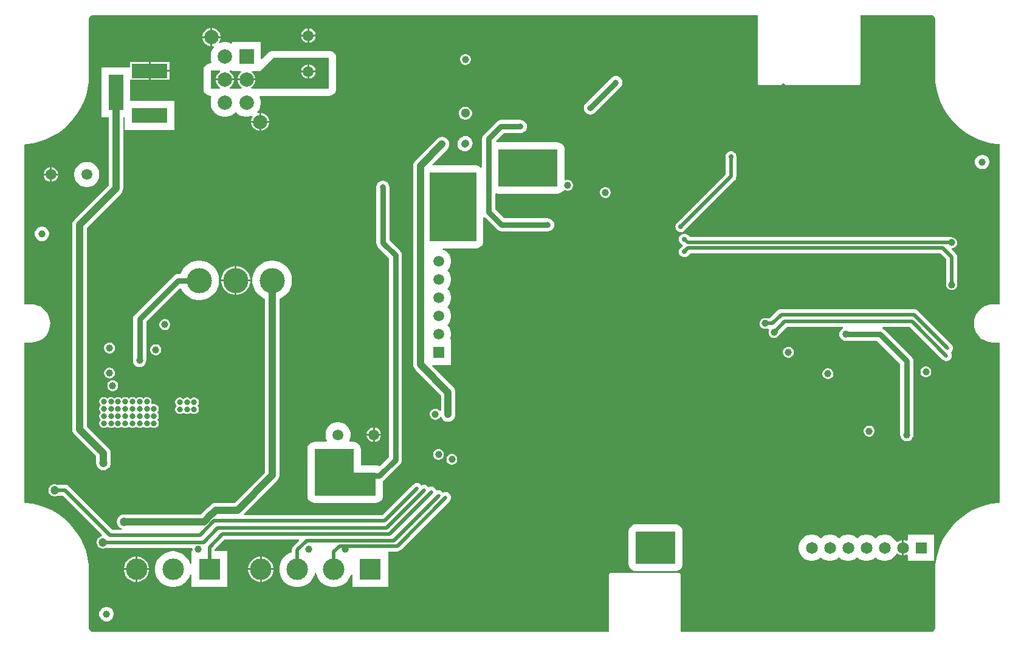
<source format=gbl>
G04*
G04 #@! TF.GenerationSoftware,Altium Limited,Altium Designer,24.5.2 (23)*
G04*
G04 Layer_Physical_Order=4*
G04 Layer_Color=16711680*
%FSLAX25Y25*%
%MOIN*%
G70*
G04*
G04 #@! TF.SameCoordinates,54B51B4C-3849-4939-8346-CF3DF989E6B0*
G04*
G04*
G04 #@! TF.FilePolarity,Positive*
G04*
G01*
G75*
%ADD27C,0.03937*%
%ADD135C,0.01968*%
%ADD136C,0.03150*%
%ADD138C,0.03937*%
%ADD142C,0.05118*%
%ADD143C,0.05906*%
%ADD144C,0.06496*%
%ADD145R,0.06496X0.06496*%
%ADD146R,0.11811X0.11811*%
%ADD147C,0.11811*%
%ADD148R,0.05906X0.05906*%
%ADD149C,0.13780*%
%ADD150R,0.19685X0.07874*%
%ADD151R,0.07874X0.19685*%
%ADD152C,0.07874*%
%ADD153R,0.07874X0.07874*%
%ADD154C,0.03150*%
%ADD155C,0.02756*%
%ADD156C,0.02000*%
%ADD157C,0.04724*%
G36*
X39370Y340312D02*
X404492D01*
Y303150D01*
X404570Y302759D01*
X404791Y302429D01*
X405122Y302208D01*
X405512Y302130D01*
X459646D01*
X460036Y302208D01*
X460367Y302429D01*
X460588Y302759D01*
X460665Y303150D01*
Y340312D01*
X499300D01*
X499315Y340312D01*
X500000Y340312D01*
X500657Y340207D01*
X500672Y340204D01*
X501241Y339824D01*
X501622Y339254D01*
X501625Y339239D01*
X501729Y338583D01*
X501741Y338523D01*
X501741Y337883D01*
X501743Y308057D01*
X501756Y307988D01*
X501736Y307571D01*
X501920Y303834D01*
X502469Y300132D01*
X503378Y296502D01*
X504638Y292979D01*
X506238Y289597D01*
X508162Y286387D01*
X510391Y283381D01*
X512904Y280609D01*
X515677Y278096D01*
X518682Y275867D01*
X521892Y273943D01*
X525275Y272343D01*
X528798Y271082D01*
X532428Y270173D01*
X536129Y269624D01*
X537162Y269573D01*
Y181735D01*
X533465D01*
X533465Y181735D01*
Y181735D01*
X533380Y181719D01*
X531827Y181596D01*
X530231Y181213D01*
X528713Y180585D01*
X527313Y179727D01*
X526064Y178660D01*
X524998Y177411D01*
X524140Y176011D01*
X523511Y174494D01*
X523128Y172897D01*
X522999Y171260D01*
X523128Y169623D01*
X523511Y168026D01*
X524140Y166509D01*
X524998Y165109D01*
X526064Y163860D01*
X527313Y162793D01*
X528713Y161935D01*
X530231Y161307D01*
X531827Y160923D01*
X533380Y160801D01*
X533465Y160784D01*
X537162D01*
Y72948D01*
X536130Y72897D01*
X532429Y72348D01*
X528798Y71439D01*
X525275Y70178D01*
X521892Y68578D01*
X518682Y66654D01*
X515676Y64425D01*
X512903Y61912D01*
X510390Y59139D01*
X508161Y56133D01*
X506237Y52923D01*
X504637Y49540D01*
X503376Y46016D01*
X502467Y42386D01*
X501918Y38685D01*
X501734Y34947D01*
X501755Y34530D01*
X501741Y34461D01*
Y3996D01*
X501729Y3937D01*
X501729D01*
X501625Y3280D01*
X501622Y3265D01*
X501241Y2696D01*
X500672Y2315D01*
X500066Y2195D01*
X500000Y2208D01*
X362240D01*
Y33465D01*
X362162Y33855D01*
X361941Y34185D01*
X361611Y34407D01*
X361221Y34484D01*
X323819D01*
X323429Y34407D01*
X323098Y34185D01*
X322877Y33855D01*
X322799Y33465D01*
Y2208D01*
X39370D01*
X39304Y2195D01*
X38698Y2315D01*
X38129Y2696D01*
X37748Y3265D01*
X37745Y3280D01*
X37641Y3937D01*
X37641D01*
X37629Y3996D01*
Y34461D01*
X37615Y34530D01*
X37636Y34947D01*
X37452Y38685D01*
X36903Y42386D01*
X35994Y46016D01*
X34733Y49540D01*
X33133Y52923D01*
X31209Y56133D01*
X28980Y59139D01*
X26467Y61912D01*
X23694Y64425D01*
X20688Y66654D01*
X17478Y68578D01*
X14095Y70178D01*
X10572Y71439D01*
X6942Y72348D01*
X3240Y72897D01*
X2208Y72948D01*
Y160784D01*
X5906D01*
X5906Y160784D01*
Y160784D01*
X5990Y160801D01*
X7543Y160923D01*
X9139Y161307D01*
X10657Y161935D01*
X12057Y162793D01*
X13306Y163860D01*
X14372Y165109D01*
X15230Y166509D01*
X15859Y168026D01*
X16242Y169623D01*
X16371Y171260D01*
X16242Y172897D01*
X15859Y174494D01*
X15230Y176011D01*
X14372Y177411D01*
X13306Y178660D01*
X12057Y179727D01*
X10657Y180585D01*
X9139Y181213D01*
X7543Y181596D01*
X5990Y181719D01*
X5906Y181735D01*
X2196D01*
Y269571D01*
X3240Y269623D01*
X6942Y270172D01*
X10572Y271081D01*
X14095Y272342D01*
X17478Y273942D01*
X20688Y275866D01*
X23694Y278095D01*
X26467Y280608D01*
X28980Y283381D01*
X31209Y286387D01*
X33133Y289597D01*
X34733Y292980D01*
X35994Y296503D01*
X36903Y300133D01*
X37452Y303835D01*
X37636Y307573D01*
X37615Y307990D01*
X37629Y308059D01*
Y338523D01*
X37641Y338583D01*
X37641D01*
X37745Y339239D01*
X37748Y339254D01*
X38129Y339824D01*
X38698Y340205D01*
X39304Y340325D01*
X39370Y340312D01*
D02*
G37*
%LPC*%
G36*
X158501Y333177D02*
X158480D01*
Y329724D01*
X161933D01*
Y329745D01*
X161664Y330750D01*
X161143Y331651D01*
X160407Y332387D01*
X159506Y332908D01*
X158501Y333177D01*
D02*
G37*
G36*
X157480D02*
X157460D01*
X156455Y332908D01*
X155553Y332387D01*
X154817Y331651D01*
X154297Y330750D01*
X154028Y329745D01*
Y329724D01*
X157480D01*
Y333177D01*
D02*
G37*
G36*
X105374Y333283D02*
X105225D01*
Y328846D01*
X109661D01*
Y328996D01*
X109325Y330252D01*
X108675Y331378D01*
X107756Y332297D01*
X106630Y332947D01*
X105374Y333283D01*
D02*
G37*
G36*
X104225D02*
X104074D01*
X102819Y332947D01*
X101693Y332297D01*
X100774Y331378D01*
X100124Y330252D01*
X99787Y328996D01*
Y328846D01*
X104225D01*
Y333283D01*
D02*
G37*
G36*
X161933Y328724D02*
X158480D01*
Y325272D01*
X158501D01*
X159506Y325541D01*
X160407Y326061D01*
X161143Y326797D01*
X161664Y327699D01*
X161933Y328704D01*
Y328724D01*
D02*
G37*
G36*
X157480D02*
X154028D01*
Y328704D01*
X154297Y327699D01*
X154817Y326797D01*
X155553Y326061D01*
X156455Y325541D01*
X157460Y325272D01*
X157480D01*
Y328724D01*
D02*
G37*
G36*
X104225Y327846D02*
X99787D01*
Y327696D01*
X100124Y326441D01*
X100774Y325315D01*
X101693Y324396D01*
X102819Y323746D01*
X104074Y323409D01*
X104225D01*
Y327846D01*
D02*
G37*
G36*
X244485Y319091D02*
X243704D01*
X242949Y318888D01*
X242272Y318497D01*
X241719Y317945D01*
X241328Y317268D01*
X241126Y316513D01*
Y315731D01*
X241328Y314976D01*
X241719Y314299D01*
X242272Y313747D01*
X242949Y313356D01*
X243704Y313154D01*
X244485D01*
X245240Y313356D01*
X245917Y313747D01*
X246470Y314299D01*
X246861Y314976D01*
X247063Y315731D01*
Y316513D01*
X246861Y317268D01*
X246470Y317945D01*
X245917Y318497D01*
X245240Y318888D01*
X244485Y319091D01*
D02*
G37*
G36*
X81709Y314779D02*
X71366D01*
Y310343D01*
X81709D01*
Y314779D01*
D02*
G37*
G36*
Y309343D02*
X71366D01*
Y304906D01*
X81709D01*
Y309343D01*
D02*
G37*
G36*
X326611Y307038D02*
X325687Y306917D01*
X324825Y306560D01*
X324084Y305992D01*
X310090Y291997D01*
X309522Y291257D01*
X309165Y290395D01*
X309043Y289470D01*
X309165Y288545D01*
X309522Y287683D01*
X310090Y286943D01*
X310830Y286375D01*
X311692Y286018D01*
X312617Y285896D01*
X313542Y286018D01*
X314404Y286375D01*
X315144Y286943D01*
X329139Y300937D01*
X329707Y301678D01*
X330064Y302540D01*
X330185Y303465D01*
X330064Y304390D01*
X329707Y305252D01*
X329139Y305992D01*
X328398Y306560D01*
X327537Y306917D01*
X326611Y307038D01*
D02*
G37*
G36*
X244563Y290193D02*
X243626D01*
X242721Y289950D01*
X241909Y289482D01*
X241247Y288819D01*
X240778Y288008D01*
X240535Y287102D01*
Y286165D01*
X240778Y285260D01*
X241247Y284449D01*
X241909Y283786D01*
X242721Y283317D01*
X243626Y283075D01*
X244563D01*
X245468Y283317D01*
X246280Y283786D01*
X246942Y284449D01*
X247411Y285260D01*
X247654Y286165D01*
Y287102D01*
X247411Y288008D01*
X246942Y288819D01*
X246280Y289482D01*
X245468Y289950D01*
X244563Y290193D01*
D02*
G37*
G36*
X132146Y286827D02*
X131996D01*
Y282390D01*
X136433D01*
Y282540D01*
X136097Y283795D01*
X135447Y284921D01*
X134527Y285840D01*
X133402Y286490D01*
X132146Y286827D01*
D02*
G37*
G36*
X109661Y327846D02*
X105225D01*
Y323409D01*
X105374D01*
X105918Y323555D01*
X106280Y322927D01*
X106089Y322736D01*
X105227Y321446D01*
X104633Y320013D01*
X104331Y318492D01*
Y316941D01*
X104633Y315420D01*
X104976Y314592D01*
X104587Y314010D01*
X104331D01*
X103303Y313875D01*
X102345Y313478D01*
X101523Y312847D01*
X100892Y312025D01*
X100495Y311067D01*
X100360Y310039D01*
Y300197D01*
X100495Y299169D01*
X100892Y298211D01*
X101523Y297389D01*
X102345Y296758D01*
X103303Y296361D01*
X104331Y296226D01*
X104587D01*
X104976Y295644D01*
X104633Y294816D01*
X104331Y293295D01*
Y291744D01*
X104633Y290223D01*
X105227Y288790D01*
X106089Y287500D01*
X107185Y286403D01*
X108475Y285542D01*
X109908Y284948D01*
X111429Y284646D01*
X112980D01*
X114502Y284948D01*
X115935Y285542D01*
X117224Y286403D01*
X118110Y287290D01*
X118996Y286403D01*
X120286Y285542D01*
X121719Y284948D01*
X123240Y284646D01*
X124791D01*
X126312Y284948D01*
X126891Y285188D01*
X127379Y284632D01*
X126895Y283795D01*
X126559Y282540D01*
Y282390D01*
X130996D01*
Y286827D01*
X130846D01*
X130303Y286681D01*
X129940Y287309D01*
X130132Y287500D01*
X130994Y288790D01*
X131587Y290223D01*
X131890Y291744D01*
Y293295D01*
X131587Y294816D01*
X131245Y295644D01*
X131633Y296226D01*
X169291D01*
X170319Y296361D01*
X171277Y296758D01*
X172099Y297389D01*
X172730Y298211D01*
X173127Y299169D01*
X173262Y300197D01*
Y316929D01*
X173127Y317957D01*
X172730Y318915D01*
X172099Y319737D01*
X171277Y320368D01*
X170319Y320765D01*
X169291Y320900D01*
X138780D01*
X138779Y320900D01*
X137752Y320765D01*
X136794Y320368D01*
X135972Y319737D01*
X132536Y316302D01*
X131890Y316570D01*
Y325590D01*
X116142D01*
Y325366D01*
X115442Y324899D01*
X114502Y325288D01*
X112980Y325590D01*
X111429D01*
X109908Y325288D01*
X109329Y325048D01*
X108842Y325604D01*
X109325Y326441D01*
X109661Y327696D01*
Y327846D01*
D02*
G37*
G36*
X70366Y314779D02*
X60024D01*
Y311811D01*
X44488D01*
Y284252D01*
X48391D01*
Y246920D01*
X29672Y228202D01*
X29041Y227379D01*
X28645Y226421D01*
X28509Y225394D01*
Y113189D01*
X28645Y112161D01*
X29041Y111204D01*
X29672Y110381D01*
X41607Y98447D01*
Y94717D01*
X41742Y93690D01*
X42139Y92732D01*
X42770Y91910D01*
X43592Y91278D01*
X44550Y90882D01*
X45578Y90746D01*
X46606Y90882D01*
X47563Y91278D01*
X48386Y91910D01*
X49017Y92732D01*
X49413Y93690D01*
X49549Y94717D01*
Y100092D01*
X49413Y101119D01*
X49017Y102077D01*
X48386Y102899D01*
X36451Y114834D01*
Y223749D01*
X55170Y242468D01*
X55801Y243290D01*
X56198Y244248D01*
X56333Y245276D01*
Y284252D01*
X57087D01*
Y277559D01*
X84646D01*
Y293307D01*
X60236D01*
Y304906D01*
X70366D01*
Y309842D01*
Y314779D01*
D02*
G37*
G36*
X136433Y281390D02*
X131996D01*
Y276953D01*
X132146D01*
X133402Y277289D01*
X134527Y277939D01*
X135447Y278858D01*
X136097Y279984D01*
X136433Y281240D01*
Y281390D01*
D02*
G37*
G36*
X130996D02*
X126559D01*
Y281240D01*
X126895Y279984D01*
X127545Y278858D01*
X128465Y277939D01*
X129590Y277289D01*
X130846Y276953D01*
X130996D01*
Y281390D01*
D02*
G37*
G36*
X244094Y274069D02*
X243067Y273934D01*
X242109Y273537D01*
X241287Y272906D01*
X240873Y272493D01*
X240242Y271671D01*
X239845Y270713D01*
X239710Y269685D01*
X239845Y268657D01*
X240242Y267700D01*
X240873Y266877D01*
X241696Y266246D01*
X242653Y265849D01*
X243681Y265714D01*
X244709Y265849D01*
X245667Y266246D01*
X246489Y266877D01*
X246902Y267290D01*
X247533Y268113D01*
X247930Y269071D01*
X248065Y270098D01*
X247930Y271126D01*
X247533Y272084D01*
X246902Y272906D01*
X246080Y273537D01*
X245122Y273934D01*
X244094Y274069D01*
D02*
G37*
G36*
X263600Y282922D02*
X262675Y282800D01*
X261813Y282443D01*
X261073Y281875D01*
X261073Y281875D01*
X254363Y275165D01*
X253795Y274425D01*
X253438Y273563D01*
X253316Y272638D01*
Y257158D01*
X252616Y256892D01*
X251986Y257376D01*
X251028Y257773D01*
X250000Y257908D01*
X226053D01*
X225785Y258555D01*
X234107Y266877D01*
X234738Y267700D01*
X235135Y268657D01*
X235270Y269685D01*
X235135Y270713D01*
X234738Y271671D01*
X234107Y272493D01*
X233285Y273124D01*
X232327Y273521D01*
X231299Y273656D01*
X230271Y273521D01*
X229314Y273124D01*
X228491Y272493D01*
X216680Y260682D01*
X216049Y259859D01*
X215652Y258902D01*
X215517Y257874D01*
Y148622D01*
X215652Y147594D01*
X216049Y146637D01*
X216680Y145814D01*
X230666Y131828D01*
Y123550D01*
X230069Y123351D01*
X229966Y123346D01*
X229436Y123877D01*
X228759Y124268D01*
X228004Y124470D01*
X227222D01*
X226467Y124268D01*
X225791Y123877D01*
X225238Y123324D01*
X224847Y122647D01*
X224645Y121892D01*
Y121111D01*
X224847Y120356D01*
X225238Y119679D01*
X225791Y119126D01*
X226467Y118735D01*
X227222Y118533D01*
X228004D01*
X228759Y118735D01*
X229436Y119126D01*
X229989Y119679D01*
X230162Y119980D01*
X230941Y119929D01*
X231199Y119307D01*
X231830Y118485D01*
X232652Y117854D01*
X233610Y117457D01*
X234637Y117322D01*
X235665Y117457D01*
X236623Y117854D01*
X237445Y118485D01*
X238076Y119307D01*
X238473Y120265D01*
X238608Y121293D01*
Y133473D01*
X238473Y134501D01*
X238076Y135458D01*
X237445Y136281D01*
X225908Y147818D01*
X226176Y148465D01*
X236221D01*
Y162244D01*
X236130D01*
X235741Y162826D01*
X235956Y163345D01*
X236221Y164676D01*
Y166033D01*
X235956Y167364D01*
X235436Y168618D01*
X234682Y169746D01*
X234074Y170354D01*
X234682Y170962D01*
X235436Y172091D01*
X235956Y173345D01*
X236221Y174676D01*
Y176033D01*
X235956Y177364D01*
X235436Y178618D01*
X234682Y179746D01*
X234074Y180354D01*
X234682Y180962D01*
X235436Y182091D01*
X235956Y183345D01*
X236221Y184676D01*
Y186033D01*
X235956Y187364D01*
X235436Y188618D01*
X234682Y189746D01*
X234074Y190354D01*
X234682Y190962D01*
X235436Y192091D01*
X235956Y193345D01*
X236221Y194676D01*
Y196033D01*
X235956Y197364D01*
X235436Y198618D01*
X234682Y199746D01*
X234074Y200354D01*
X234682Y200962D01*
X235436Y202091D01*
X235956Y203345D01*
X236221Y204676D01*
Y206033D01*
X235956Y207364D01*
X235436Y208618D01*
X234682Y209746D01*
X233723Y210706D01*
X232594Y211460D01*
X231618Y211864D01*
X231757Y212564D01*
X250000D01*
X251028Y212700D01*
X251986Y213096D01*
X252808Y213727D01*
X253439Y214550D01*
X253836Y215508D01*
X253971Y216535D01*
Y229284D01*
X254671Y229574D01*
X261404Y222841D01*
X262144Y222273D01*
X263006Y221916D01*
X263931Y221794D01*
X263931Y221794D01*
X289246D01*
X290171Y221916D01*
X291033Y222273D01*
X291773Y222841D01*
X292341Y223581D01*
X292698Y224443D01*
X292819Y225368D01*
X292698Y226293D01*
X292341Y227155D01*
X291773Y227895D01*
X291033Y228463D01*
X290171Y228820D01*
X289246Y228942D01*
X265412D01*
X260464Y233890D01*
Y242264D01*
X261046Y242653D01*
X261161Y242605D01*
X262189Y242470D01*
X294617D01*
X295644Y242605D01*
X296602Y243002D01*
X297425Y243633D01*
X297858Y244198D01*
X298135Y244452D01*
X298801Y244425D01*
X299051Y244281D01*
X299806Y244079D01*
X300588D01*
X301343Y244281D01*
X302020Y244672D01*
X302572Y245224D01*
X302963Y245901D01*
X303165Y246656D01*
Y247438D01*
X302963Y248193D01*
X302572Y248870D01*
X302020Y249423D01*
X301343Y249814D01*
X300588Y250016D01*
X299806D01*
X299288Y249877D01*
X298588Y250273D01*
Y266732D01*
X298452Y267760D01*
X298056Y268718D01*
X297425Y269540D01*
X296602Y270171D01*
X295644Y270568D01*
X294617Y270703D01*
X262189D01*
X261556Y270620D01*
X260882Y271097D01*
X260833Y271190D01*
X260806Y271500D01*
X265081Y275774D01*
X274267D01*
X275191Y275896D01*
X276054Y276253D01*
X276794Y276821D01*
X277362Y277561D01*
X277719Y278423D01*
X277840Y279348D01*
X277719Y280273D01*
X277362Y281135D01*
X276794Y281875D01*
X276054Y282443D01*
X275191Y282800D01*
X274267Y282922D01*
X263600D01*
X263600Y282922D01*
D02*
G37*
G36*
X528077Y263779D02*
X527041D01*
X526039Y263511D01*
X525142Y262993D01*
X524409Y262260D01*
X523890Y261362D01*
X523622Y260361D01*
Y259324D01*
X523890Y258323D01*
X524409Y257425D01*
X525142Y256692D01*
X526039Y256174D01*
X527041Y255906D01*
X528077D01*
X529079Y256174D01*
X529976Y256692D01*
X530709Y257425D01*
X531228Y258323D01*
X531496Y259324D01*
Y260361D01*
X531228Y261362D01*
X530709Y262260D01*
X529976Y262993D01*
X529079Y263511D01*
X528077Y263779D01*
D02*
G37*
G36*
X17253Y256906D02*
X17232D01*
Y253453D01*
X20685D01*
Y253473D01*
X20416Y254479D01*
X19895Y255380D01*
X19159Y256116D01*
X18258Y256636D01*
X17253Y256906D01*
D02*
G37*
G36*
X16232D02*
X16212D01*
X15207Y256636D01*
X14305Y256116D01*
X13569Y255380D01*
X13049Y254479D01*
X12779Y253473D01*
Y253453D01*
X16232D01*
Y256906D01*
D02*
G37*
G36*
X20685Y252453D02*
X17232D01*
Y249000D01*
X17253D01*
X18258Y249269D01*
X19159Y249790D01*
X19895Y250526D01*
X20416Y251427D01*
X20685Y252432D01*
Y252453D01*
D02*
G37*
G36*
X16232D02*
X12779D01*
Y252432D01*
X13049Y251427D01*
X13569Y250526D01*
X14305Y249790D01*
X15207Y249269D01*
X16212Y249000D01*
X16232D01*
Y252453D01*
D02*
G37*
G36*
X37096Y259842D02*
X35739D01*
X34408Y259578D01*
X33154Y259058D01*
X32025Y258304D01*
X31066Y257345D01*
X30312Y256216D01*
X29792Y254962D01*
X29528Y253631D01*
Y252274D01*
X29792Y250943D01*
X30312Y249689D01*
X31066Y248561D01*
X32025Y247601D01*
X33154Y246847D01*
X34408Y246328D01*
X35739Y246063D01*
X37096D01*
X38427Y246328D01*
X39681Y246847D01*
X40809Y247601D01*
X41769Y248561D01*
X42523Y249689D01*
X43042Y250943D01*
X43307Y252274D01*
Y253631D01*
X43042Y254962D01*
X42523Y256216D01*
X41769Y257345D01*
X40809Y258304D01*
X39681Y259058D01*
X38427Y259578D01*
X37096Y259842D01*
D02*
G37*
G36*
X321257Y246079D02*
X320475D01*
X319720Y245877D01*
X319043Y245486D01*
X318491Y244933D01*
X318100Y244256D01*
X317898Y243501D01*
Y242719D01*
X318100Y241964D01*
X318491Y241287D01*
X319043Y240735D01*
X319720Y240344D01*
X320475Y240142D01*
X321257D01*
X322012Y240344D01*
X322689Y240735D01*
X323241Y241287D01*
X323632Y241964D01*
X323835Y242719D01*
Y243501D01*
X323632Y244256D01*
X323241Y244933D01*
X322689Y245486D01*
X322012Y245877D01*
X321257Y246079D01*
D02*
G37*
G36*
X389764Y265774D02*
X388993Y265672D01*
X388275Y265374D01*
X387658Y264901D01*
X387185Y264284D01*
X386887Y263566D01*
X386786Y262795D01*
Y253202D01*
X360099Y226515D01*
X359626Y225899D01*
X359328Y225180D01*
X359226Y224410D01*
X359328Y223639D01*
X359626Y222920D01*
X360099Y222304D01*
X360716Y221830D01*
X361434Y221533D01*
X362205Y221431D01*
X362976Y221533D01*
X363694Y221830D01*
X364311Y222304D01*
X391870Y249863D01*
X391870Y249863D01*
X392343Y250479D01*
X392640Y251198D01*
X392742Y251969D01*
X392742Y251969D01*
Y262795D01*
X392640Y263566D01*
X392343Y264284D01*
X391870Y264901D01*
X391253Y265374D01*
X390535Y265672D01*
X389764Y265774D01*
D02*
G37*
G36*
X12329Y224409D02*
X11293D01*
X10291Y224141D01*
X9394Y223623D01*
X8661Y222890D01*
X8142Y221992D01*
X7874Y220991D01*
Y219954D01*
X8142Y218953D01*
X8661Y218055D01*
X9394Y217322D01*
X10291Y216804D01*
X11293Y216535D01*
X12329D01*
X13331Y216804D01*
X14228Y217322D01*
X14961Y218055D01*
X15480Y218953D01*
X15748Y219954D01*
Y220991D01*
X15480Y221992D01*
X14961Y222890D01*
X14228Y223623D01*
X13331Y224141D01*
X12329Y224409D01*
D02*
G37*
G36*
X118887Y202772D02*
X118610D01*
Y195382D01*
X126000D01*
Y195659D01*
X125697Y197183D01*
X125102Y198619D01*
X124239Y199911D01*
X123140Y201010D01*
X121847Y201874D01*
X120412Y202468D01*
X118887Y202772D01*
D02*
G37*
G36*
X117610D02*
X117333D01*
X115809Y202468D01*
X114373Y201874D01*
X113081Y201010D01*
X111982Y199911D01*
X111118Y198619D01*
X110524Y197183D01*
X110221Y195659D01*
Y195382D01*
X117610D01*
Y202772D01*
D02*
G37*
G36*
X364173Y220498D02*
X363402Y220396D01*
X362684Y220099D01*
X362067Y219626D01*
X361594Y219009D01*
X361297Y218290D01*
X361195Y217520D01*
X361297Y216749D01*
X361594Y216031D01*
X362067Y215414D01*
X363406Y214075D01*
X362067Y212736D01*
X361594Y212119D01*
X361297Y211401D01*
X361195Y210630D01*
X361297Y209859D01*
X361594Y209141D01*
X362067Y208524D01*
X362684Y208051D01*
X363402Y207753D01*
X364173Y207652D01*
X364944Y207753D01*
X365662Y208051D01*
X366279Y208524D01*
X367375Y209620D01*
X504672D01*
X507849Y206444D01*
Y192547D01*
X507858Y192473D01*
Y192156D01*
X507940Y191850D01*
X507950Y191776D01*
X507978Y191708D01*
X508061Y191401D01*
X508219Y191127D01*
X508248Y191058D01*
X508293Y190999D01*
X508451Y190725D01*
X508675Y190500D01*
X508721Y190441D01*
X508780Y190396D01*
X509004Y190172D01*
X509279Y190013D01*
X509338Y189968D01*
X509406Y189939D01*
X509681Y189781D01*
X509987Y189699D01*
X510056Y189671D01*
X510130Y189661D01*
X510436Y189579D01*
X510753D01*
X510827Y189569D01*
X510901Y189579D01*
X511218D01*
X511524Y189661D01*
X511598Y189671D01*
X511666Y189699D01*
X511973Y189781D01*
X512247Y189939D01*
X512316Y189968D01*
X512375Y190013D01*
X512649Y190172D01*
X512874Y190396D01*
X512933Y190441D01*
X512978Y190500D01*
X513202Y190725D01*
X513361Y190999D01*
X513406Y191058D01*
X513435Y191127D01*
X513593Y191401D01*
X513675Y191708D01*
X513703Y191776D01*
X513713Y191850D01*
X513795Y192156D01*
Y192473D01*
X513805Y192547D01*
Y207677D01*
X513703Y208448D01*
X513406Y209166D01*
X512933Y209783D01*
X512933Y209783D01*
X510743Y211973D01*
X510783Y212142D01*
X511076Y212630D01*
X511218D01*
X511524Y212712D01*
X511598Y212722D01*
X511666Y212750D01*
X511973Y212832D01*
X512247Y212991D01*
X512316Y213019D01*
X512375Y213065D01*
X512649Y213223D01*
X512874Y213447D01*
X512933Y213492D01*
X512978Y213552D01*
X513202Y213776D01*
X513361Y214050D01*
X513406Y214109D01*
X513435Y214178D01*
X513593Y214453D01*
X513675Y214759D01*
X513703Y214828D01*
X513713Y214901D01*
X513795Y215208D01*
Y215525D01*
X513805Y215598D01*
X513795Y215672D01*
Y215989D01*
X513713Y216295D01*
X513703Y216369D01*
X513675Y216438D01*
X513593Y216744D01*
X513435Y217019D01*
X513406Y217088D01*
X513361Y217147D01*
X513202Y217421D01*
X512978Y217645D01*
X512933Y217704D01*
X512874Y217750D01*
X512649Y217974D01*
X512375Y218132D01*
X512316Y218178D01*
X512247Y218206D01*
X511973Y218365D01*
X511666Y218447D01*
X511598Y218475D01*
X511524Y218485D01*
X511218Y218567D01*
X510901D01*
X510827Y218577D01*
X367328D01*
X366279Y219626D01*
X365662Y220099D01*
X364944Y220396D01*
X364173Y220498D01*
D02*
G37*
G36*
X126000Y194382D02*
X118610D01*
Y186992D01*
X118887D01*
X120412Y187295D01*
X121847Y187890D01*
X123140Y188753D01*
X124239Y189852D01*
X125102Y191145D01*
X125697Y192580D01*
X126000Y194105D01*
Y194382D01*
D02*
G37*
G36*
X117610D02*
X110221D01*
Y194105D01*
X110524Y192580D01*
X111118Y191145D01*
X111982Y189852D01*
X113081Y188753D01*
X114373Y187890D01*
X115809Y187295D01*
X117333Y186992D01*
X117610D01*
Y194382D01*
D02*
G37*
G36*
X98962Y205709D02*
X97258D01*
X95575Y205442D01*
X93954Y204915D01*
X92436Y204142D01*
X91057Y203140D01*
X89852Y201935D01*
X88850Y200556D01*
X88077Y199038D01*
X87888Y198456D01*
X86614D01*
X85689Y198334D01*
X84827Y197977D01*
X84087Y197409D01*
X62886Y176208D01*
X62318Y175468D01*
X61961Y174606D01*
X61839Y173681D01*
Y150965D01*
X61961Y150040D01*
X62318Y149178D01*
X62886Y148437D01*
X63626Y147870D01*
X64488Y147512D01*
X65413Y147391D01*
X66338Y147512D01*
X67200Y147870D01*
X67940Y148437D01*
X68508Y149178D01*
X68866Y150040D01*
X68987Y150965D01*
Y172201D01*
X87434Y190648D01*
X88220Y190444D01*
X88850Y189207D01*
X89852Y187829D01*
X91057Y186624D01*
X92436Y185622D01*
X93954Y184848D01*
X95575Y184322D01*
X97258Y184055D01*
X98962D01*
X100645Y184322D01*
X102266Y184848D01*
X103785Y185622D01*
X105163Y186624D01*
X106368Y187829D01*
X107370Y189207D01*
X108144Y190726D01*
X108670Y192347D01*
X108937Y194030D01*
Y195734D01*
X108670Y197417D01*
X108144Y199038D01*
X107370Y200556D01*
X106368Y201935D01*
X105163Y203140D01*
X103785Y204142D01*
X102266Y204915D01*
X100645Y205442D01*
X98962Y205709D01*
D02*
G37*
G36*
X79584Y173618D02*
X78802D01*
X78047Y173416D01*
X77370Y173025D01*
X76818Y172472D01*
X76427Y171795D01*
X76224Y171040D01*
Y170259D01*
X76427Y169504D01*
X76818Y168827D01*
X77370Y168274D01*
X78047Y167883D01*
X78802Y167681D01*
X79584D01*
X80339Y167883D01*
X81016Y168274D01*
X81568Y168827D01*
X81959Y169504D01*
X82161Y170259D01*
Y171040D01*
X81959Y171795D01*
X81568Y172472D01*
X81016Y173025D01*
X80339Y173416D01*
X79584Y173618D01*
D02*
G37*
G36*
X49317Y160823D02*
X48535D01*
X47780Y160621D01*
X47103Y160230D01*
X46551Y159677D01*
X46160Y159000D01*
X45957Y158245D01*
Y157464D01*
X46160Y156709D01*
X46551Y156032D01*
X47103Y155479D01*
X47780Y155088D01*
X48535Y154886D01*
X49317D01*
X50072Y155088D01*
X50749Y155479D01*
X51301Y156032D01*
X51692Y156709D01*
X51894Y157464D01*
Y158245D01*
X51692Y159000D01*
X51301Y159677D01*
X50749Y160230D01*
X50072Y160621D01*
X49317Y160823D01*
D02*
G37*
G36*
X74663Y159839D02*
X73881D01*
X73126Y159636D01*
X72449Y159246D01*
X71896Y158693D01*
X71505Y158016D01*
X71303Y157261D01*
Y156479D01*
X71505Y155724D01*
X71896Y155047D01*
X72449Y154495D01*
X73126Y154104D01*
X73881Y153902D01*
X74663D01*
X75417Y154104D01*
X76094Y154495D01*
X76647Y155047D01*
X77038Y155724D01*
X77240Y156479D01*
Y157261D01*
X77038Y158016D01*
X76647Y158693D01*
X76094Y159246D01*
X75417Y159636D01*
X74663Y159839D01*
D02*
G37*
G36*
X421651Y158480D02*
X420869D01*
X420114Y158278D01*
X419437Y157887D01*
X418884Y157334D01*
X418494Y156658D01*
X418291Y155903D01*
Y155121D01*
X418494Y154366D01*
X418884Y153689D01*
X419437Y153136D01*
X420114Y152746D01*
X420869Y152543D01*
X421651D01*
X422406Y152746D01*
X423082Y153136D01*
X423635Y153689D01*
X424026Y154366D01*
X424228Y155121D01*
Y155903D01*
X424026Y156658D01*
X423635Y157334D01*
X423082Y157887D01*
X422406Y158278D01*
X421651Y158480D01*
D02*
G37*
G36*
X490158Y179159D02*
X417323D01*
X416552Y179058D01*
X415834Y178760D01*
X415217Y178287D01*
X415217Y178287D01*
X411168Y174238D01*
X408465D01*
X408391Y174228D01*
X408074D01*
X407768Y174146D01*
X407694Y174137D01*
X407625Y174108D01*
X407319Y174026D01*
X407044Y173868D01*
X406976Y173839D01*
X406916Y173794D01*
X406642Y173635D01*
X406418Y173411D01*
X406359Y173366D01*
X406313Y173307D01*
X406089Y173082D01*
X405931Y172808D01*
X405885Y172749D01*
X405857Y172680D01*
X405698Y172406D01*
X405616Y172099D01*
X405588Y172031D01*
X405578Y171957D01*
X405496Y171651D01*
Y171334D01*
X405486Y171260D01*
X405496Y171186D01*
Y170869D01*
X405578Y170563D01*
X405588Y170489D01*
X405616Y170420D01*
X405698Y170114D01*
X405857Y169840D01*
X405885Y169771D01*
X405931Y169712D01*
X406089Y169437D01*
X406313Y169213D01*
X406359Y169154D01*
X406418Y169108D01*
X406642Y168884D01*
X406916Y168726D01*
X406976Y168681D01*
X407044Y168652D01*
X407319Y168494D01*
X407625Y168412D01*
X407694Y168383D01*
X407768Y168373D01*
X408074Y168291D01*
X408391D01*
X408465Y168282D01*
X410272D01*
X410276Y168278D01*
X410461Y168122D01*
X410676Y167582D01*
X410620Y167484D01*
X410538Y167178D01*
X410509Y167109D01*
X410499Y167035D01*
X410417Y166729D01*
Y166412D01*
X410408Y166339D01*
X410417Y166265D01*
Y165948D01*
X410499Y165642D01*
X410509Y165568D01*
X410538Y165499D01*
X410620Y165193D01*
X410778Y164918D01*
X410807Y164849D01*
X410852Y164790D01*
X411010Y164516D01*
X411235Y164292D01*
X411280Y164233D01*
X411339Y164187D01*
X411563Y163963D01*
X411838Y163805D01*
X411897Y163759D01*
X411966Y163731D01*
X412240Y163572D01*
X412546Y163490D01*
X412615Y163462D01*
X412689Y163452D01*
X412995Y163370D01*
X413312D01*
X413386Y163360D01*
X413460Y163370D01*
X413777D01*
X414083Y163452D01*
X414157Y163462D01*
X414225Y163490D01*
X414532Y163572D01*
X414806Y163731D01*
X414875Y163759D01*
X414934Y163805D01*
X415208Y163963D01*
X415433Y164187D01*
X415492Y164233D01*
X420525Y169266D01*
X451111D01*
X451250Y168566D01*
X450969Y168449D01*
X450229Y167881D01*
X449661Y167141D01*
X449304Y166279D01*
X449182Y165354D01*
X449304Y164429D01*
X449661Y163567D01*
X450229Y162827D01*
X450969Y162259D01*
X451831Y161902D01*
X452756Y161781D01*
X469976D01*
X482647Y149110D01*
Y110236D01*
X482768Y109311D01*
X483125Y108449D01*
X483693Y107709D01*
X484434Y107141D01*
X485295Y106784D01*
X486221Y106662D01*
X487146Y106784D01*
X488007Y107141D01*
X488748Y107709D01*
X489316Y108449D01*
X489673Y109311D01*
X489794Y110236D01*
Y150591D01*
X489673Y151515D01*
X489316Y152377D01*
X488748Y153118D01*
X473984Y167881D01*
X473244Y168449D01*
X472887Y168597D01*
X473102Y169266D01*
X487940D01*
X505768Y151437D01*
X506385Y150964D01*
X507103Y150667D01*
X507874Y150565D01*
X508645Y150667D01*
X509363Y150964D01*
X509980Y151437D01*
X510453Y152054D01*
X510751Y152772D01*
X510852Y153543D01*
X510751Y154314D01*
X510453Y155032D01*
X510512Y155480D01*
X510708Y155630D01*
X511181Y156247D01*
X511479Y156965D01*
X511581Y157736D01*
X511479Y158507D01*
X511181Y159225D01*
X510708Y159842D01*
X492263Y178287D01*
X491647Y178760D01*
X490928Y179058D01*
X490158Y179159D01*
D02*
G37*
G36*
X497064Y147653D02*
X496282D01*
X495527Y147451D01*
X494850Y147060D01*
X494298Y146508D01*
X493907Y145831D01*
X493705Y145076D01*
Y144294D01*
X493907Y143539D01*
X494298Y142862D01*
X494850Y142310D01*
X495527Y141919D01*
X496282Y141717D01*
X497064D01*
X497819Y141919D01*
X498496Y142310D01*
X499049Y142862D01*
X499439Y143539D01*
X499642Y144294D01*
Y145076D01*
X499439Y145831D01*
X499049Y146508D01*
X498496Y147060D01*
X497819Y147451D01*
X497064Y147653D01*
D02*
G37*
G36*
X49317Y147043D02*
X48535D01*
X47780Y146841D01*
X47103Y146450D01*
X46551Y145897D01*
X46160Y145221D01*
X45957Y144466D01*
Y143684D01*
X46160Y142929D01*
X46551Y142252D01*
X47103Y141699D01*
X47780Y141309D01*
X48535Y141106D01*
X49317D01*
X50072Y141309D01*
X50749Y141699D01*
X51301Y142252D01*
X51692Y142929D01*
X51894Y143684D01*
Y144466D01*
X51692Y145221D01*
X51301Y145897D01*
X50749Y146450D01*
X50072Y146841D01*
X49317Y147043D01*
D02*
G37*
G36*
X443304Y146669D02*
X442523D01*
X441768Y146467D01*
X441091Y146076D01*
X440538Y145524D01*
X440147Y144847D01*
X439945Y144092D01*
Y143310D01*
X440147Y142555D01*
X440538Y141878D01*
X441091Y141325D01*
X441768Y140935D01*
X442523Y140732D01*
X443304D01*
X444059Y140935D01*
X444736Y141325D01*
X445289Y141878D01*
X445680Y142555D01*
X445882Y143310D01*
Y144092D01*
X445680Y144847D01*
X445289Y145524D01*
X444736Y146076D01*
X444059Y146467D01*
X443304Y146669D01*
D02*
G37*
G36*
X51040Y140154D02*
X50259D01*
X49504Y139951D01*
X48827Y139560D01*
X48274Y139008D01*
X47883Y138331D01*
X47681Y137576D01*
Y136794D01*
X47883Y136039D01*
X48274Y135362D01*
X48827Y134810D01*
X49504Y134419D01*
X50259Y134216D01*
X51040D01*
X51795Y134419D01*
X52472Y134810D01*
X53025Y135362D01*
X53416Y136039D01*
X53618Y136794D01*
Y137576D01*
X53416Y138331D01*
X53025Y139008D01*
X52472Y139560D01*
X51795Y139951D01*
X51040Y140154D01*
D02*
G37*
G36*
X69689Y130902D02*
X69011D01*
X68357Y130726D01*
X67769Y130387D01*
X67382Y130000D01*
X66994Y130387D01*
X66407Y130726D01*
X65752Y130902D01*
X65074D01*
X64420Y130726D01*
X63832Y130387D01*
X63445Y130000D01*
X63057Y130387D01*
X62470Y130726D01*
X61815Y130902D01*
X61137D01*
X60483Y130726D01*
X59895Y130387D01*
X59508Y130000D01*
X59120Y130387D01*
X58533Y130726D01*
X57878Y130902D01*
X57200D01*
X56546Y130726D01*
X55958Y130387D01*
X55571Y130000D01*
X55183Y130387D01*
X54596Y130726D01*
X53941Y130902D01*
X53263D01*
X52609Y130726D01*
X52021Y130387D01*
X51634Y130000D01*
X51246Y130387D01*
X50659Y130726D01*
X50004Y130902D01*
X49326D01*
X48671Y130726D01*
X48084Y130387D01*
X47697Y130000D01*
X47309Y130387D01*
X46722Y130726D01*
X46067Y130902D01*
X45389D01*
X44734Y130726D01*
X44147Y130387D01*
X43668Y129908D01*
X43329Y129321D01*
X43154Y128666D01*
Y127988D01*
X43329Y127333D01*
X43668Y126746D01*
X44056Y126358D01*
X43668Y125971D01*
X43329Y125384D01*
X43154Y124729D01*
Y124051D01*
X43329Y123396D01*
X43668Y122809D01*
X44056Y122421D01*
X43668Y122034D01*
X43329Y121447D01*
X43154Y120792D01*
Y120114D01*
X43329Y119459D01*
X43668Y118872D01*
X44056Y118484D01*
X43668Y118097D01*
X43329Y117510D01*
X43154Y116855D01*
Y116177D01*
X43329Y115522D01*
X43668Y114935D01*
X44147Y114455D01*
X44734Y114116D01*
X45389Y113941D01*
X46067D01*
X46722Y114116D01*
X47309Y114455D01*
X47697Y114843D01*
X48084Y114455D01*
X48671Y114116D01*
X49326Y113941D01*
X50004D01*
X50659Y114116D01*
X51246Y114455D01*
X51634Y114843D01*
X52021Y114455D01*
X52609Y114116D01*
X53263Y113941D01*
X53941D01*
X54596Y114116D01*
X55183Y114455D01*
X55571Y114843D01*
X55958Y114455D01*
X56546Y114116D01*
X57200Y113941D01*
X57878D01*
X58533Y114116D01*
X59120Y114455D01*
X59508Y114843D01*
X59895Y114455D01*
X60483Y114116D01*
X61137Y113941D01*
X61815D01*
X62470Y114116D01*
X63057Y114455D01*
X63445Y114843D01*
X63832Y114455D01*
X64420Y114116D01*
X65074Y113941D01*
X65752D01*
X66407Y114116D01*
X66994Y114455D01*
X67382Y114843D01*
X67769Y114455D01*
X68357Y114116D01*
X69011Y113941D01*
X69689D01*
X70344Y114116D01*
X70931Y114455D01*
X71319Y114843D01*
X71706Y114455D01*
X72294Y114116D01*
X72948Y113941D01*
X73626D01*
X74281Y114116D01*
X74868Y114455D01*
X75348Y114935D01*
X75687Y115522D01*
X75862Y116177D01*
Y116855D01*
X75687Y117510D01*
X75348Y118097D01*
X74960Y118484D01*
X75348Y118872D01*
X75687Y119459D01*
X75862Y120114D01*
Y120792D01*
X75687Y121447D01*
X75348Y122034D01*
X74960Y122421D01*
X75348Y122809D01*
X75687Y123396D01*
X75862Y124051D01*
Y124729D01*
X75687Y125384D01*
X75348Y125971D01*
X74868Y126450D01*
X74281Y126789D01*
X73626Y126965D01*
X72948D01*
X72294Y126789D01*
X72219Y126746D01*
X71707Y127259D01*
X71750Y127333D01*
X71925Y127988D01*
Y128666D01*
X71750Y129321D01*
X71411Y129908D01*
X70931Y130387D01*
X70344Y130726D01*
X69689Y130902D01*
D02*
G37*
G36*
X95607Y130709D02*
X94929D01*
X94274Y130533D01*
X93687Y130194D01*
X93299Y129807D01*
X92912Y130194D01*
X92325Y130533D01*
X91670Y130709D01*
X90992D01*
X90337Y130533D01*
X89750Y130194D01*
X89362Y129807D01*
X88975Y130194D01*
X88388Y130533D01*
X87733Y130709D01*
X87055D01*
X86400Y130533D01*
X85813Y130194D01*
X85333Y129715D01*
X84994Y129128D01*
X84819Y128473D01*
Y127795D01*
X84994Y127140D01*
X85333Y126553D01*
X85721Y126165D01*
X85333Y125778D01*
X84994Y125191D01*
X84819Y124536D01*
Y123858D01*
X84994Y123203D01*
X85333Y122616D01*
X85813Y122136D01*
X86400Y121798D01*
X87055Y121622D01*
X87733D01*
X88388Y121798D01*
X88975Y122136D01*
X89362Y122524D01*
X89750Y122136D01*
X90337Y121798D01*
X90992Y121622D01*
X91670D01*
X92325Y121798D01*
X92912Y122136D01*
X93300Y122524D01*
X93687Y122137D01*
X94274Y121798D01*
X94929Y121623D01*
X95607D01*
X96262Y121798D01*
X96849Y122137D01*
X97328Y122617D01*
X97667Y123204D01*
X97843Y123859D01*
Y124537D01*
X97667Y125191D01*
X97328Y125779D01*
X96941Y126166D01*
X97328Y126553D01*
X97667Y127140D01*
X97843Y127795D01*
Y128473D01*
X97667Y129128D01*
X97328Y129715D01*
X96849Y130194D01*
X96262Y130533D01*
X95607Y130709D01*
D02*
G37*
G36*
X194418Y114189D02*
X194398D01*
Y110736D01*
X197850D01*
Y110757D01*
X197581Y111762D01*
X197061Y112663D01*
X196325Y113399D01*
X195423Y113920D01*
X194418Y114189D01*
D02*
G37*
G36*
X193398D02*
X193377D01*
X192372Y113920D01*
X191471Y113399D01*
X190735Y112663D01*
X190214Y111762D01*
X189945Y110757D01*
Y110736D01*
X193398D01*
Y114189D01*
D02*
G37*
G36*
X465942Y115173D02*
X465160D01*
X464405Y114971D01*
X463729Y114580D01*
X463176Y114027D01*
X462785Y113350D01*
X462583Y112595D01*
Y111814D01*
X462785Y111059D01*
X463176Y110382D01*
X463729Y109829D01*
X464405Y109439D01*
X465160Y109236D01*
X465942D01*
X466697Y109439D01*
X467374Y109829D01*
X467927Y110382D01*
X468317Y111059D01*
X468520Y111814D01*
Y112595D01*
X468317Y113350D01*
X467927Y114027D01*
X467374Y114580D01*
X466697Y114971D01*
X465942Y115173D01*
D02*
G37*
G36*
X197850Y109736D02*
X194398D01*
Y106283D01*
X194418D01*
X195423Y106553D01*
X196325Y107073D01*
X197061Y107809D01*
X197581Y108711D01*
X197850Y109716D01*
Y109736D01*
D02*
G37*
G36*
X193398D02*
X189945D01*
Y109716D01*
X190214Y108711D01*
X190735Y107809D01*
X191471Y107073D01*
X192372Y106553D01*
X193377Y106283D01*
X193398D01*
Y109736D01*
D02*
G37*
G36*
X229721Y102378D02*
X228940D01*
X228185Y102176D01*
X227508Y101785D01*
X226955Y101232D01*
X226565Y100555D01*
X226362Y99800D01*
Y99019D01*
X226565Y98264D01*
X226955Y97587D01*
X227508Y97034D01*
X228185Y96643D01*
X228940Y96441D01*
X229721D01*
X230476Y96643D01*
X231153Y97034D01*
X231706Y97587D01*
X232097Y98264D01*
X232299Y99019D01*
Y99800D01*
X232097Y100555D01*
X231706Y101232D01*
X231153Y101785D01*
X230476Y102176D01*
X229721Y102378D01*
D02*
G37*
G36*
X237044Y99681D02*
X236263D01*
X235508Y99479D01*
X234831Y99088D01*
X234278Y98535D01*
X233887Y97859D01*
X233685Y97104D01*
Y96322D01*
X233887Y95567D01*
X234278Y94890D01*
X234831Y94337D01*
X235508Y93946D01*
X236263Y93744D01*
X237044D01*
X237799Y93946D01*
X238476Y94337D01*
X239029Y94890D01*
X239420Y95567D01*
X239622Y96322D01*
Y97104D01*
X239420Y97859D01*
X239029Y98535D01*
X238476Y99088D01*
X237799Y99479D01*
X237044Y99681D01*
D02*
G37*
G36*
X198819Y249637D02*
X197894Y249515D01*
X197032Y249158D01*
X196292Y248590D01*
X195724Y247850D01*
X195367Y246988D01*
X195245Y246063D01*
Y215551D01*
X195367Y214626D01*
X195724Y213764D01*
X196292Y213024D01*
X202135Y207181D01*
Y97937D01*
X197058Y92860D01*
X196867Y93006D01*
X195910Y93403D01*
X194882Y93538D01*
X186664D01*
Y102362D01*
X186529Y103390D01*
X186132Y104348D01*
X185501Y105170D01*
X184678Y105801D01*
X183721Y106198D01*
X182693Y106333D01*
X180633D01*
X180513Y106559D01*
X180343Y107033D01*
X180838Y108227D01*
X181102Y109558D01*
Y110915D01*
X180838Y112246D01*
X180318Y113500D01*
X179564Y114628D01*
X178605Y115588D01*
X177476Y116342D01*
X176222Y116861D01*
X174891Y117126D01*
X173534D01*
X172203Y116861D01*
X170949Y116342D01*
X169821Y115588D01*
X168861Y114628D01*
X168107Y113500D01*
X167588Y112246D01*
X167323Y110915D01*
Y109558D01*
X167588Y108227D01*
X168082Y107033D01*
X167913Y106559D01*
X167792Y106333D01*
X161417D01*
X160390Y106198D01*
X159432Y105801D01*
X158609Y105170D01*
X157978Y104348D01*
X157582Y103390D01*
X157446Y102362D01*
Y76772D01*
X157582Y75744D01*
X157978Y74786D01*
X158609Y73964D01*
X159432Y73333D01*
X160390Y72936D01*
X161417Y72801D01*
X194882D01*
X195910Y72936D01*
X196867Y73333D01*
X197690Y73964D01*
X198321Y74786D01*
X198718Y75744D01*
X198853Y76772D01*
Y84669D01*
X199378Y85071D01*
X208236Y93930D01*
X208236Y93930D01*
X208804Y94670D01*
X209161Y95532D01*
X209282Y96457D01*
X209282Y96457D01*
Y208661D01*
X209161Y209586D01*
X208804Y210448D01*
X208236Y211189D01*
X202393Y217032D01*
Y246063D01*
X202271Y246988D01*
X201914Y247850D01*
X201346Y248590D01*
X200606Y249158D01*
X199744Y249515D01*
X198819Y249637D01*
D02*
G37*
G36*
X138962Y205709D02*
X137258D01*
X135575Y205442D01*
X133954Y204915D01*
X132436Y204142D01*
X131057Y203140D01*
X129852Y201935D01*
X128850Y200556D01*
X128077Y199038D01*
X127550Y197417D01*
X127284Y195734D01*
Y194030D01*
X127550Y192347D01*
X128077Y190726D01*
X128850Y189207D01*
X129852Y187829D01*
X131057Y186624D01*
X132436Y185622D01*
X133954Y184848D01*
X134139Y184788D01*
Y89558D01*
X117450Y72869D01*
X107283D01*
X106256Y72733D01*
X105298Y72337D01*
X104476Y71706D01*
X102893Y70123D01*
X102800Y70085D01*
X101978Y69454D01*
X99042Y66518D01*
X56945D01*
X55917Y66383D01*
X54959Y65986D01*
X54137Y65355D01*
X53506Y64533D01*
X53109Y63575D01*
X52974Y62547D01*
X53109Y61519D01*
X53506Y60562D01*
X54137Y59739D01*
X54959Y59108D01*
X55712Y58796D01*
X55573Y58096D01*
X50446D01*
X26712Y81830D01*
X26095Y82304D01*
X25377Y82601D01*
X24606Y82703D01*
X20267D01*
X19999Y82858D01*
X19143Y83087D01*
X18258D01*
X17403Y82858D01*
X16636Y82415D01*
X16010Y81789D01*
X15568Y81022D01*
X15339Y80167D01*
Y79282D01*
X15568Y78427D01*
X16010Y77660D01*
X16636Y77034D01*
X17403Y76591D01*
X18258Y76362D01*
X19143D01*
X19999Y76591D01*
X20267Y76746D01*
X23373D01*
X44899Y55220D01*
X44621Y54508D01*
X44007Y54343D01*
X43240Y53901D01*
X42614Y53275D01*
X42172Y52508D01*
X41943Y51653D01*
Y50768D01*
X42172Y49913D01*
X42614Y49146D01*
X43240Y48520D01*
X44007Y48077D01*
X44862Y47848D01*
X45748D01*
X46603Y48077D01*
X46871Y48232D01*
X93959D01*
X94385Y47677D01*
X94374Y47635D01*
Y46853D01*
X94384Y46815D01*
X93958Y46260D01*
X93819D01*
Y39391D01*
X93126Y39288D01*
X92384Y41080D01*
X91307Y42692D01*
X89936Y44063D01*
X88324Y45140D01*
X86532Y45882D01*
X84631Y46260D01*
X82692D01*
X80791Y45882D01*
X78999Y45140D01*
X77387Y44063D01*
X76016Y42692D01*
X74939Y41080D01*
X74197Y39288D01*
X73819Y37387D01*
Y35448D01*
X74197Y33546D01*
X74939Y31755D01*
X76016Y30143D01*
X77387Y28772D01*
X78999Y27695D01*
X80791Y26953D01*
X82692Y26575D01*
X84631D01*
X86532Y26953D01*
X88324Y27695D01*
X89936Y28772D01*
X91307Y30143D01*
X92384Y31755D01*
X93126Y33546D01*
X93819Y33443D01*
Y26575D01*
X113504D01*
Y46260D01*
X106640D01*
Y47310D01*
X112171Y52841D01*
X152662D01*
X152930Y52194D01*
X149784Y49048D01*
X149311Y48431D01*
X149013Y47713D01*
X148911Y46942D01*
Y45837D01*
X147228Y45140D01*
X145615Y44063D01*
X144245Y42692D01*
X143167Y41080D01*
X142426Y39288D01*
X142047Y37387D01*
Y35448D01*
X142426Y33546D01*
X143167Y31755D01*
X144245Y30143D01*
X145615Y28772D01*
X147228Y27695D01*
X149019Y26953D01*
X150920Y26575D01*
X152859D01*
X154761Y26953D01*
X156552Y27695D01*
X158164Y28772D01*
X159535Y30143D01*
X160612Y31755D01*
X161354Y33546D01*
X161533Y34446D01*
X162247D01*
X162425Y33546D01*
X163167Y31755D01*
X164245Y30143D01*
X165615Y28772D01*
X167228Y27695D01*
X169019Y26953D01*
X170920Y26575D01*
X172859D01*
X174761Y26953D01*
X176552Y27695D01*
X178164Y28772D01*
X179535Y30143D01*
X180612Y31755D01*
X181354Y33546D01*
X182047Y33443D01*
Y26575D01*
X201732D01*
Y46234D01*
X206693D01*
X207464Y46336D01*
X208182Y46633D01*
X208799Y47107D01*
X235374Y73681D01*
X235847Y74298D01*
X236144Y75017D01*
X236246Y75787D01*
X236144Y76558D01*
X235847Y77276D01*
X235374Y77893D01*
X234757Y78367D01*
X234038Y78664D01*
X233268Y78766D01*
X232497Y78664D01*
X231817Y78382D01*
X231437Y78878D01*
X230820Y79351D01*
X230101Y79648D01*
X229331Y79750D01*
X228560Y79648D01*
X228264Y79526D01*
X227973Y80229D01*
X227500Y80846D01*
X226883Y81319D01*
X226165Y81617D01*
X225394Y81718D01*
X224623Y81617D01*
X223943Y81335D01*
X223563Y81830D01*
X222946Y82304D01*
X222228Y82601D01*
X221457Y82703D01*
X220686Y82601D01*
X220006Y82319D01*
X219626Y82815D01*
X219009Y83288D01*
X218290Y83585D01*
X217520Y83687D01*
X216749Y83585D01*
X216031Y83288D01*
X215414Y82815D01*
X198570Y65970D01*
X122773D01*
X122483Y66670D01*
X140918Y85106D01*
X141549Y85928D01*
X141946Y86886D01*
X142081Y87913D01*
Y184788D01*
X142266Y184848D01*
X143785Y185622D01*
X145163Y186624D01*
X146368Y187829D01*
X147370Y189207D01*
X148144Y190726D01*
X148670Y192347D01*
X148937Y194030D01*
Y195734D01*
X148670Y197417D01*
X148144Y199038D01*
X147370Y200556D01*
X146368Y201935D01*
X145163Y203140D01*
X143785Y204142D01*
X142266Y204915D01*
X140646Y205442D01*
X138962Y205709D01*
D02*
G37*
G36*
X474763Y55413D02*
X473348D01*
X471959Y55137D01*
X470652Y54596D01*
X469475Y53809D01*
X469055Y53390D01*
X468635Y53809D01*
X467458Y54596D01*
X466151Y55137D01*
X464763Y55413D01*
X463347D01*
X461959Y55137D01*
X460652Y54596D01*
X459475Y53809D01*
X459055Y53390D01*
X458635Y53809D01*
X457458Y54596D01*
X456151Y55137D01*
X454763Y55413D01*
X453347D01*
X451959Y55137D01*
X450652Y54596D01*
X449475Y53809D01*
X449055Y53390D01*
X448635Y53809D01*
X447459Y54596D01*
X446151Y55137D01*
X444763Y55413D01*
X443348D01*
X441959Y55137D01*
X440652Y54596D01*
X439475Y53809D01*
X439055Y53390D01*
X438635Y53809D01*
X437459Y54596D01*
X436151Y55137D01*
X434763Y55413D01*
X433348D01*
X431959Y55137D01*
X430652Y54596D01*
X429475Y53809D01*
X428474Y52809D01*
X427688Y51632D01*
X427146Y50324D01*
X426870Y48936D01*
Y47521D01*
X427146Y46132D01*
X427688Y44825D01*
X428474Y43648D01*
X429475Y42647D01*
X430652Y41861D01*
X431959Y41319D01*
X433348Y41043D01*
X434763D01*
X436151Y41319D01*
X437459Y41861D01*
X438635Y42647D01*
X439055Y43067D01*
X439475Y42647D01*
X440652Y41861D01*
X441959Y41319D01*
X443348Y41043D01*
X444763D01*
X446151Y41319D01*
X447459Y41861D01*
X448635Y42647D01*
X449055Y43067D01*
X449475Y42647D01*
X450652Y41861D01*
X451959Y41319D01*
X453347Y41043D01*
X454763D01*
X456151Y41319D01*
X457458Y41861D01*
X458635Y42647D01*
X459055Y43067D01*
X459475Y42647D01*
X460652Y41861D01*
X461959Y41319D01*
X463347Y41043D01*
X464763D01*
X466151Y41319D01*
X467458Y41861D01*
X468635Y42647D01*
X469055Y43067D01*
X469475Y42647D01*
X470652Y41861D01*
X471959Y41319D01*
X473348Y41043D01*
X474763D01*
X476151Y41319D01*
X477458Y41861D01*
X478635Y42647D01*
X479636Y43648D01*
X480422Y44825D01*
X480483Y44970D01*
X481169Y45107D01*
X481447Y44829D01*
X482415Y44270D01*
X483496Y43980D01*
X483555D01*
Y48228D01*
Y52476D01*
X483496D01*
X482415Y52187D01*
X481447Y51628D01*
X481169Y51350D01*
X480483Y51486D01*
X480422Y51632D01*
X479636Y52809D01*
X478635Y53809D01*
X477458Y54596D01*
X476151Y55137D01*
X474763Y55413D01*
D02*
G37*
G36*
X501240D02*
X486870D01*
Y52317D01*
X486170Y51912D01*
X485695Y52187D01*
X484614Y52476D01*
X484555D01*
Y48228D01*
Y43980D01*
X484614D01*
X485695Y44270D01*
X486170Y44544D01*
X486870Y44140D01*
Y41043D01*
X501240D01*
Y55413D01*
D02*
G37*
G36*
X64341Y43323D02*
X64161D01*
Y36917D01*
X70567D01*
Y37097D01*
X70302Y38432D01*
X69781Y39688D01*
X69025Y40819D01*
X68063Y41781D01*
X66932Y42537D01*
X65676Y43058D01*
X64341Y43323D01*
D02*
G37*
G36*
X132570D02*
X132390D01*
Y36917D01*
X138795D01*
Y37097D01*
X138530Y38432D01*
X138009Y39688D01*
X137254Y40819D01*
X136292Y41781D01*
X135161Y42537D01*
X133904Y43058D01*
X132570Y43323D01*
D02*
G37*
G36*
X131390D02*
X131210D01*
X129876Y43058D01*
X128619Y42537D01*
X127488Y41781D01*
X126526Y40819D01*
X125770Y39688D01*
X125250Y38432D01*
X124984Y37097D01*
Y36917D01*
X131390D01*
Y43323D01*
D02*
G37*
G36*
X63161D02*
X62981D01*
X61647Y43058D01*
X60390Y42537D01*
X59259Y41781D01*
X58298Y40819D01*
X57542Y39688D01*
X57021Y38432D01*
X56756Y37097D01*
Y36917D01*
X63161D01*
Y43323D01*
D02*
G37*
G36*
X359252Y61058D02*
X337598D01*
X336571Y60922D01*
X335613Y60526D01*
X334790Y59895D01*
X334159Y59072D01*
X333763Y58114D01*
X333627Y57087D01*
Y39370D01*
X333763Y38342D01*
X334159Y37385D01*
X334790Y36562D01*
X335613Y35931D01*
X336571Y35534D01*
X337598Y35399D01*
X359252D01*
X360280Y35534D01*
X361238Y35931D01*
X362060Y36562D01*
X362691Y37385D01*
X363088Y38342D01*
X363223Y39370D01*
Y57087D01*
X363088Y58114D01*
X362691Y59072D01*
X362060Y59895D01*
X361238Y60526D01*
X360280Y60922D01*
X359252Y61058D01*
D02*
G37*
G36*
X138795Y35917D02*
X132390D01*
Y29512D01*
X132570D01*
X133904Y29777D01*
X135161Y30298D01*
X136292Y31054D01*
X137254Y32015D01*
X138009Y33146D01*
X138530Y34403D01*
X138795Y35737D01*
Y35917D01*
D02*
G37*
G36*
X131390D02*
X124984D01*
Y35737D01*
X125250Y34403D01*
X125770Y33146D01*
X126526Y32015D01*
X127488Y31054D01*
X128619Y30298D01*
X129876Y29777D01*
X131210Y29512D01*
X131390D01*
Y35917D01*
D02*
G37*
G36*
X70567D02*
X64161D01*
Y29512D01*
X64341D01*
X65676Y29777D01*
X66932Y30298D01*
X68063Y31054D01*
X69025Y32015D01*
X69781Y33146D01*
X70302Y34403D01*
X70567Y35737D01*
Y35917D01*
D02*
G37*
G36*
X63161D02*
X56756D01*
Y35737D01*
X57021Y34403D01*
X57542Y33146D01*
X58298Y32015D01*
X59259Y31054D01*
X60390Y30298D01*
X61647Y29777D01*
X62981Y29512D01*
X63161D01*
Y35917D01*
D02*
G37*
G36*
X47762Y15748D02*
X46726D01*
X45724Y15480D01*
X44827Y14961D01*
X44094Y14228D01*
X43575Y13331D01*
X43307Y12329D01*
Y11293D01*
X43575Y10291D01*
X44094Y9394D01*
X44827Y8661D01*
X45724Y8142D01*
X46726Y7874D01*
X47762D01*
X48764Y8142D01*
X49661Y8661D01*
X50394Y9394D01*
X50913Y10291D01*
X51181Y11293D01*
Y12329D01*
X50913Y13331D01*
X50394Y14228D01*
X49661Y14961D01*
X48764Y15480D01*
X47762Y15748D01*
D02*
G37*
%LPD*%
G36*
X169291Y300197D02*
X126766D01*
X126578Y300897D01*
X127047Y301167D01*
X127966Y302087D01*
X128616Y303212D01*
X128953Y304468D01*
Y304618D01*
X124016D01*
X119079D01*
Y304468D01*
X119415Y303212D01*
X120065Y302087D01*
X120984Y301167D01*
X121453Y300897D01*
X121266Y300197D01*
X114955D01*
X114767Y300897D01*
X115236Y301167D01*
X116155Y302087D01*
X116805Y303212D01*
X117142Y304468D01*
Y304618D01*
X112205D01*
X107268D01*
Y304468D01*
X107604Y303212D01*
X108254Y302087D01*
X109173Y301167D01*
X109642Y300897D01*
X109455Y300197D01*
X104331D01*
Y310039D01*
X109455D01*
X109642Y309339D01*
X109173Y309069D01*
X108254Y308150D01*
X107604Y307024D01*
X107268Y305768D01*
Y305618D01*
X112205D01*
X117142D01*
Y305768D01*
X116805Y307024D01*
X116155Y308150D01*
X115236Y309069D01*
X114767Y309339D01*
X114955Y310039D01*
X116142D01*
Y309842D01*
X120925D01*
X121112Y309142D01*
X120984Y309069D01*
X120065Y308150D01*
X119415Y307024D01*
X119079Y305768D01*
Y305618D01*
X124016D01*
X128953D01*
Y305768D01*
X128616Y307024D01*
X127966Y308150D01*
X127047Y309069D01*
X126919Y309142D01*
X127107Y309842D01*
X131890D01*
Y310039D01*
X138779Y316929D01*
X169291D01*
Y300197D01*
D02*
G37*
%LPC*%
G36*
X158501Y313492D02*
X158480D01*
Y310039D01*
X161933D01*
Y310060D01*
X161664Y311065D01*
X161143Y311966D01*
X160407Y312702D01*
X159506Y313223D01*
X158501Y313492D01*
D02*
G37*
G36*
X157480D02*
X157460D01*
X156455Y313223D01*
X155553Y312702D01*
X154817Y311966D01*
X154297Y311065D01*
X154028Y310060D01*
Y310039D01*
X157480D01*
Y313492D01*
D02*
G37*
G36*
X161933Y309039D02*
X158480D01*
Y305587D01*
X158501D01*
X159506Y305856D01*
X160407Y306376D01*
X161143Y307112D01*
X161664Y308014D01*
X161933Y309019D01*
Y309039D01*
D02*
G37*
G36*
X157480D02*
X154028D01*
Y309019D01*
X154297Y308014D01*
X154817Y307112D01*
X155553Y306376D01*
X156455Y305856D01*
X157460Y305587D01*
X157480D01*
Y309039D01*
D02*
G37*
%LPD*%
G36*
X294617Y246441D02*
X262189D01*
Y266732D01*
X294617D01*
Y246441D01*
D02*
G37*
G36*
X250000Y216535D02*
X224410D01*
Y253937D01*
X250000D01*
Y216535D01*
D02*
G37*
G36*
X182693Y89567D02*
X194882D01*
Y76772D01*
X161417D01*
Y102362D01*
X182693D01*
Y89567D01*
D02*
G37*
G36*
X359252Y39370D02*
X337598D01*
Y57087D01*
X359252D01*
Y39370D01*
D02*
G37*
D27*
X47244Y11811D02*
D03*
X527559Y259842D02*
D03*
X11811Y220472D02*
D03*
X244094Y316122D02*
D03*
X236653Y96713D02*
D03*
X229331Y99410D02*
D03*
X227613Y121502D02*
D03*
X234637Y121293D02*
D03*
X231299Y269685D02*
D03*
X97342Y47244D02*
D03*
X178307D02*
D03*
X158031D02*
D03*
X340551Y54134D02*
D03*
X344488D02*
D03*
X348425D02*
D03*
X352362D02*
D03*
X356299D02*
D03*
X340551Y50197D02*
D03*
X344488D02*
D03*
X348425D02*
D03*
X352362D02*
D03*
X356299D02*
D03*
X340551Y46260D02*
D03*
X344488D02*
D03*
X348425D02*
D03*
X352362D02*
D03*
X356299D02*
D03*
Y42323D02*
D03*
X352362D02*
D03*
X348425D02*
D03*
X344488D02*
D03*
X340551D02*
D03*
X300197Y247047D02*
D03*
X320866Y243110D02*
D03*
X510827Y192547D02*
D03*
Y215598D02*
D03*
X486221Y110236D02*
D03*
X408465Y171260D02*
D03*
X413386Y166339D02*
D03*
X421260Y155512D02*
D03*
X496673Y144685D02*
D03*
X452756Y165354D02*
D03*
X476318Y147074D02*
D03*
X463522D02*
D03*
X442913Y143701D02*
D03*
X465551Y112205D02*
D03*
X74272Y156870D02*
D03*
X48926Y157854D02*
D03*
X79193Y170650D02*
D03*
X50650Y137185D02*
D03*
X48926Y144075D02*
D03*
X65413Y150965D02*
D03*
D135*
X151890Y36417D02*
Y46942D01*
X157113Y52165D02*
X204724D01*
X151890Y46942D02*
X157113Y52165D01*
X179960Y49213D02*
X206693D01*
X179944Y49228D02*
X179960Y49213D01*
X171890Y36417D02*
Y45927D01*
X175175Y49213D01*
X176654D02*
X176670Y49228D01*
X175175Y49213D02*
X176654D01*
X176670Y49228D02*
X179944D01*
X510827Y192547D02*
Y207677D01*
X366142Y212598D02*
X505905D01*
X510827Y207677D01*
X364173Y210630D02*
X366142Y212598D01*
X366094Y215598D02*
X510827D01*
X364173Y217520D02*
X366094Y215598D01*
X389764Y251969D02*
Y262795D01*
X362205Y224410D02*
X389764Y251969D01*
X417323Y176181D02*
X490158D01*
X412402Y171260D02*
X417323Y176181D01*
X408465Y171260D02*
X412402D01*
X490158Y176181D02*
X508602Y157736D01*
X489173Y172244D02*
X507874Y153543D01*
X419291Y172244D02*
X489173D01*
X413386Y166339D02*
X419291Y172244D01*
X49213Y55118D02*
X98425D01*
X18701Y79724D02*
X24606D01*
X49213Y55118D01*
X199803Y62992D02*
X217520Y80709D01*
X206693Y49213D02*
X233268Y75787D01*
X98425Y55118D02*
X106299Y62992D01*
X153543D01*
X100423Y51210D02*
X108268Y59055D01*
X45305Y51210D02*
X100423D01*
X108268Y59055D02*
X154528D01*
X103661Y48543D02*
X110937Y55819D01*
X103661Y36417D02*
Y48543D01*
X110937Y55819D02*
X156375D01*
X154528Y59055D02*
X200787D01*
X221457Y79724D01*
X153543Y62992D02*
X199803D01*
X204724Y52165D02*
X229331Y76772D01*
X202472Y55819D02*
X225394Y78740D01*
X156375Y55819D02*
X202472D01*
D136*
X65413Y173681D02*
X86614Y194882D01*
X98110D01*
X191929Y87598D02*
X196850D01*
X205709Y96457D02*
Y208661D01*
X196850Y87598D02*
X205709Y96457D01*
X256890Y232409D02*
Y272638D01*
Y232409D02*
X263931Y225368D01*
X289246D01*
X256890Y272638D02*
X263600Y279348D01*
X274267D01*
X471457Y165354D02*
X486221Y150591D01*
Y110236D02*
Y150591D01*
X452756Y165354D02*
X471457D01*
X180118Y87598D02*
X184055D01*
X187992D01*
Y87598D02*
X191929D01*
X65413Y150965D02*
Y173681D01*
X198819Y215551D02*
X205709Y208661D01*
X198819Y215551D02*
Y246063D01*
X312617Y289470D02*
X326611Y303465D01*
D138*
X219488Y148622D02*
Y257874D01*
X234637Y121293D02*
Y133473D01*
X219488Y148622D02*
X234637Y133473D01*
X219488Y257874D02*
X231299Y269685D01*
X243681D02*
X244094Y270098D01*
X105032Y66646D02*
X107283Y68898D01*
X100687Y62547D02*
X104786Y66646D01*
X107283Y68898D02*
X119095D01*
X56945Y62547D02*
X100687D01*
X104786Y66646D02*
X105032D01*
X138110Y87913D02*
Y198556D01*
X119095Y68898D02*
X138110Y87913D01*
X32480Y113189D02*
Y225394D01*
X45578Y94717D02*
Y100092D01*
X32480Y113189D02*
X45578Y100092D01*
X52362Y245276D02*
Y298031D01*
X32480Y225394D02*
X52362Y245276D01*
D142*
X244094Y286634D02*
D03*
D143*
X174213Y110236D02*
D03*
X193898D02*
D03*
X157980Y329224D02*
D03*
Y309539D02*
D03*
X16732Y252953D02*
D03*
X36417D02*
D03*
X229331Y165354D02*
D03*
Y175354D02*
D03*
Y185354D02*
D03*
Y195354D02*
D03*
Y205354D02*
D03*
D144*
X484055Y48228D02*
D03*
X474055D02*
D03*
X464055D02*
D03*
X454055D02*
D03*
X444055D02*
D03*
X434055D02*
D03*
D145*
X494055D02*
D03*
D146*
X191890Y36417D02*
D03*
X103661D02*
D03*
D147*
X171890D02*
D03*
X151890D02*
D03*
X131890D02*
D03*
X83661D02*
D03*
X63661D02*
D03*
D148*
X229331Y155354D02*
D03*
D149*
X138110Y194882D02*
D03*
X118110D02*
D03*
X98110D02*
D03*
D150*
X70866Y285433D02*
D03*
Y309842D02*
D03*
D151*
X52362Y298031D02*
D03*
D152*
X104724Y328346D02*
D03*
X131496Y281890D02*
D03*
X112205Y292520D02*
D03*
Y305118D02*
D03*
Y317717D02*
D03*
X124016Y292520D02*
D03*
Y305118D02*
D03*
D153*
Y317717D02*
D03*
D154*
X289246Y225368D02*
D03*
X274267Y279348D02*
D03*
X184055Y79724D02*
D03*
X187992D02*
D03*
X191929D02*
D03*
X184055Y83661D02*
D03*
X187992D02*
D03*
X191929D02*
D03*
X184055Y87598D02*
D03*
X187992D02*
D03*
X191929D02*
D03*
X164370Y79724D02*
D03*
X168307D02*
D03*
X172244D02*
D03*
X176181D02*
D03*
X180118D02*
D03*
X164370Y83661D02*
D03*
X168307D02*
D03*
X172244D02*
D03*
X176181D02*
D03*
X180118D02*
D03*
X168307Y95472D02*
D03*
X180118D02*
D03*
Y91535D02*
D03*
X172244D02*
D03*
X168307Y99410D02*
D03*
X164370Y91535D02*
D03*
X172244Y99410D02*
D03*
Y95472D02*
D03*
X180118Y99410D02*
D03*
X164370Y95472D02*
D03*
X176181Y99410D02*
D03*
Y95472D02*
D03*
Y91535D02*
D03*
X168307D02*
D03*
X164370Y99410D02*
D03*
X198819Y246063D02*
D03*
X247047Y250984D02*
D03*
X243110D02*
D03*
X235236D02*
D03*
X231299D02*
D03*
X239173D02*
D03*
X227362D02*
D03*
X247047Y247047D02*
D03*
X243110D02*
D03*
X235236D02*
D03*
X231299D02*
D03*
X239173D02*
D03*
X227362D02*
D03*
X239173Y243110D02*
D03*
X235236D02*
D03*
X227362D02*
D03*
X231299D02*
D03*
X239173Y239173D02*
D03*
X235236D02*
D03*
X227362D02*
D03*
X231299D02*
D03*
X239173Y235236D02*
D03*
X235236D02*
D03*
X227362D02*
D03*
X231299D02*
D03*
X239173Y231299D02*
D03*
X235236D02*
D03*
X227362D02*
D03*
X231299D02*
D03*
X247047Y227362D02*
D03*
X243110D02*
D03*
X235236D02*
D03*
X231299D02*
D03*
X239173D02*
D03*
X227362D02*
D03*
X247047Y223425D02*
D03*
X243110D02*
D03*
X235236D02*
D03*
X231299D02*
D03*
X239173D02*
D03*
X227362D02*
D03*
Y219488D02*
D03*
X239173D02*
D03*
X231299D02*
D03*
X235236D02*
D03*
X243110D02*
D03*
X247047D02*
D03*
X264764Y264764D02*
D03*
Y260827D02*
D03*
Y256890D02*
D03*
Y252953D02*
D03*
Y249016D02*
D03*
X268701Y264764D02*
D03*
Y260827D02*
D03*
Y256890D02*
D03*
Y252953D02*
D03*
Y249016D02*
D03*
X292323D02*
D03*
X288386D02*
D03*
X284449D02*
D03*
X280512D02*
D03*
X276575D02*
D03*
X272638D02*
D03*
X478440Y123359D02*
D03*
X272638Y260827D02*
D03*
Y256890D02*
D03*
Y252953D02*
D03*
X276575Y260827D02*
D03*
Y256890D02*
D03*
Y252953D02*
D03*
X280512Y264764D02*
D03*
Y260827D02*
D03*
Y256890D02*
D03*
Y252953D02*
D03*
X284449Y264764D02*
D03*
Y260827D02*
D03*
Y256890D02*
D03*
Y252953D02*
D03*
X288386Y264764D02*
D03*
Y260827D02*
D03*
Y256890D02*
D03*
Y252953D02*
D03*
X292323D02*
D03*
Y256890D02*
D03*
Y260827D02*
D03*
Y264764D02*
D03*
X326611Y303465D02*
D03*
X312617Y289470D02*
D03*
X164370Y87598D02*
D03*
X168307D02*
D03*
X172244D02*
D03*
X176181D02*
D03*
X180118D02*
D03*
X26575Y212598D02*
D03*
X45728Y124390D02*
D03*
Y128327D02*
D03*
Y120453D02*
D03*
Y116516D02*
D03*
X49665Y124390D02*
D03*
Y128327D02*
D03*
Y120453D02*
D03*
Y116516D02*
D03*
X53602Y124390D02*
D03*
Y128327D02*
D03*
Y120453D02*
D03*
Y116516D02*
D03*
X57539Y124390D02*
D03*
Y128327D02*
D03*
Y120453D02*
D03*
Y116516D02*
D03*
X73287D02*
D03*
Y120453D02*
D03*
Y124390D02*
D03*
X69350Y116516D02*
D03*
X65413D02*
D03*
X61476D02*
D03*
Y120453D02*
D03*
X65413D02*
D03*
X69350D02*
D03*
X61476Y128327D02*
D03*
Y124390D02*
D03*
X69350D02*
D03*
Y128327D02*
D03*
X65413Y124390D02*
D03*
Y128327D02*
D03*
X95268Y128134D02*
D03*
X87394Y124197D02*
D03*
X91331D02*
D03*
X95268Y124198D02*
D03*
X91331Y128134D02*
D03*
X87394D02*
D03*
D155*
X362205Y224410D02*
D03*
X364173Y210630D02*
D03*
Y217520D02*
D03*
X389764Y262795D02*
D03*
X80374Y135020D02*
D03*
Y139350D02*
D03*
X76043D02*
D03*
Y135020D02*
D03*
D156*
X410370Y300206D02*
D03*
X413243Y299345D02*
D03*
X416154Y300070D02*
D03*
X418325Y302141D02*
D03*
D157*
X56945Y62547D02*
D03*
X45305Y51210D02*
D03*
X18701Y79724D02*
D03*
X45578Y94717D02*
D03*
M02*

</source>
